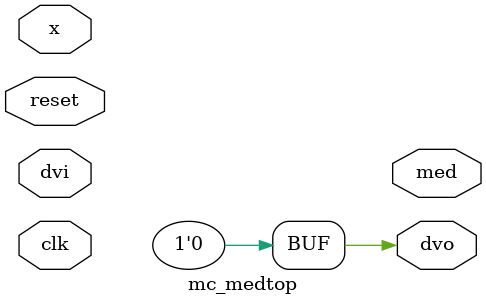
<source format=v>


module mc_medtop 
(
    input  wire        clk,
    input  wire        reset,
    input  wire  [7:0] x,
    input  wire        dvi,
    output wire  [7:0] med,
    output wire        dvo
);

   assign dvo = 1'b0;
   
endmodule

</source>
